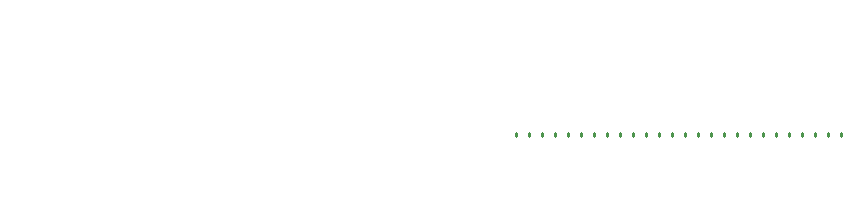
<source format=gbp>
G04 #@! TF.GenerationSoftware,KiCad,Pcbnew,8.0.3-8.0.3-0~ubuntu22.04.1*
G04 #@! TF.CreationDate,2024-06-24T03:32:25+00:00*
G04 #@! TF.ProjectId,hellen64_NA6_94,68656c6c-656e-4363-945f-4e41365f3934,b*
G04 #@! TF.SameCoordinates,PX141ef50PYa2cc1bc*
G04 #@! TF.FileFunction,Paste,Bot*
G04 #@! TF.FilePolarity,Positive*
%FSLAX46Y46*%
G04 Gerber Fmt 4.6, Leading zero omitted, Abs format (unit mm)*
G04 Created by KiCad (PCBNEW 8.0.3-8.0.3-0~ubuntu22.04.1) date 2024-06-24 03:32:25*
%MOMM*%
%LPD*%
G01*
G04 APERTURE LIST*
%ADD10O,0.000001X0.000001*%
G04 APERTURE END LIST*
D10*
G04 #@! TO.C,M5*
X44564989Y72268006D03*
X45540001Y72168001D03*
X46409758Y72268006D03*
X47139995Y72268006D03*
X48034758Y72268006D03*
X50109758Y72268006D03*
X51009754Y72268006D03*
X51719996Y72268006D03*
X52739997Y72168006D03*
X53914996Y72168006D03*
X55264995Y72168006D03*
X56439994Y72168006D03*
X57339995Y71237767D03*
X57339995Y70543008D03*
X57339995Y69862768D03*
X57244997Y69043006D03*
X57339995Y67737769D03*
X57244997Y66768004D03*
X57339995Y65493006D03*
X57339995Y64843004D03*
X57244997Y63643004D03*
X57244997Y62568000D03*
X57244997Y61692998D03*
X57339995Y60868006D03*
X57339995Y55018005D03*
G04 #@! TD*
G04 #@! TO.C,M1*
G36*
G01*
X113932640Y61133024D02*
X113932640Y61383024D01*
G75*
G02*
X114057640Y61508024I125000J0D01*
G01*
X114057640Y61508024D01*
G75*
G02*
X114182640Y61383024I0J-125000D01*
G01*
X114182640Y61133024D01*
G75*
G02*
X114057640Y61008024I-125000J0D01*
G01*
X114057640Y61008024D01*
G75*
G02*
X113932640Y61133024I0J125000D01*
G01*
G37*
G36*
G01*
X113082636Y61383024D02*
X113082636Y61133024D01*
G75*
G02*
X112957636Y61008024I-125000J0D01*
G01*
X112957636Y61008024D01*
G75*
G02*
X112832636Y61133024I0J125000D01*
G01*
X112832636Y61383024D01*
G75*
G02*
X112957636Y61508024I125000J0D01*
G01*
X112957636Y61508024D01*
G75*
G02*
X113082636Y61383024I0J-125000D01*
G01*
G37*
G36*
G01*
X111982635Y61383024D02*
X111982635Y61133024D01*
G75*
G02*
X111857635Y61008024I-125000J0D01*
G01*
X111857635Y61008024D01*
G75*
G02*
X111732635Y61133024I0J125000D01*
G01*
X111732635Y61383024D01*
G75*
G02*
X111857635Y61508024I125000J0D01*
G01*
X111857635Y61508024D01*
G75*
G02*
X111982635Y61383024I0J-125000D01*
G01*
G37*
G36*
G01*
X110882638Y61383024D02*
X110882638Y61133024D01*
G75*
G02*
X110757638Y61008024I-125000J0D01*
G01*
X110757638Y61008024D01*
G75*
G02*
X110632638Y61133024I0J125000D01*
G01*
X110632638Y61383024D01*
G75*
G02*
X110757638Y61508024I125000J0D01*
G01*
X110757638Y61508024D01*
G75*
G02*
X110882638Y61383024I0J-125000D01*
G01*
G37*
G36*
G01*
X109782640Y61383024D02*
X109782640Y61133024D01*
G75*
G02*
X109657640Y61008024I-125000J0D01*
G01*
X109657640Y61008024D01*
G75*
G02*
X109532640Y61133024I0J125000D01*
G01*
X109532640Y61383024D01*
G75*
G02*
X109657640Y61508024I125000J0D01*
G01*
X109657640Y61508024D01*
G75*
G02*
X109782640Y61383024I0J-125000D01*
G01*
G37*
G36*
G01*
X108682642Y61383024D02*
X108682642Y61133024D01*
G75*
G02*
X108557642Y61008024I-125000J0D01*
G01*
X108557642Y61008024D01*
G75*
G02*
X108432642Y61133024I0J125000D01*
G01*
X108432642Y61383024D01*
G75*
G02*
X108557642Y61508024I125000J0D01*
G01*
X108557642Y61508024D01*
G75*
G02*
X108682642Y61383024I0J-125000D01*
G01*
G37*
G36*
G01*
X107582644Y61383024D02*
X107582644Y61133024D01*
G75*
G02*
X107457644Y61008024I-125000J0D01*
G01*
X107457644Y61008024D01*
G75*
G02*
X107332644Y61133024I0J125000D01*
G01*
X107332644Y61383024D01*
G75*
G02*
X107457644Y61508024I125000J0D01*
G01*
X107457644Y61508024D01*
G75*
G02*
X107582644Y61383024I0J-125000D01*
G01*
G37*
G36*
G01*
X106482646Y61383024D02*
X106482646Y61133024D01*
G75*
G02*
X106357646Y61008024I-125000J0D01*
G01*
X106357646Y61008024D01*
G75*
G02*
X106232646Y61133024I0J125000D01*
G01*
X106232646Y61383024D01*
G75*
G02*
X106357646Y61508024I125000J0D01*
G01*
X106357646Y61508024D01*
G75*
G02*
X106482646Y61383024I0J-125000D01*
G01*
G37*
G36*
G01*
X105382649Y61383024D02*
X105382649Y61133024D01*
G75*
G02*
X105257649Y61008024I-125000J0D01*
G01*
X105257649Y61008024D01*
G75*
G02*
X105132649Y61133024I0J125000D01*
G01*
X105132649Y61383024D01*
G75*
G02*
X105257649Y61508024I125000J0D01*
G01*
X105257649Y61508024D01*
G75*
G02*
X105382649Y61383024I0J-125000D01*
G01*
G37*
G36*
G01*
X104282651Y61383024D02*
X104282651Y61133024D01*
G75*
G02*
X104157651Y61008024I-125000J0D01*
G01*
X104157651Y61008024D01*
G75*
G02*
X104032651Y61133024I0J125000D01*
G01*
X104032651Y61383024D01*
G75*
G02*
X104157651Y61508024I125000J0D01*
G01*
X104157651Y61508024D01*
G75*
G02*
X104282651Y61383024I0J-125000D01*
G01*
G37*
G36*
G01*
X103182653Y61383024D02*
X103182653Y61133024D01*
G75*
G02*
X103057653Y61008024I-125000J0D01*
G01*
X103057653Y61008024D01*
G75*
G02*
X102932653Y61133024I0J125000D01*
G01*
X102932653Y61383024D01*
G75*
G02*
X103057653Y61508024I125000J0D01*
G01*
X103057653Y61508024D01*
G75*
G02*
X103182653Y61383024I0J-125000D01*
G01*
G37*
G36*
G01*
X102082655Y61383024D02*
X102082655Y61133024D01*
G75*
G02*
X101957655Y61008024I-125000J0D01*
G01*
X101957655Y61008024D01*
G75*
G02*
X101832655Y61133024I0J125000D01*
G01*
X101832655Y61383024D01*
G75*
G02*
X101957655Y61508024I125000J0D01*
G01*
X101957655Y61508024D01*
G75*
G02*
X102082655Y61383024I0J-125000D01*
G01*
G37*
G36*
G01*
X100982657Y61383024D02*
X100982657Y61133024D01*
G75*
G02*
X100857657Y61008024I-125000J0D01*
G01*
X100857657Y61008024D01*
G75*
G02*
X100732657Y61133024I0J125000D01*
G01*
X100732657Y61383024D01*
G75*
G02*
X100857657Y61508024I125000J0D01*
G01*
X100857657Y61508024D01*
G75*
G02*
X100982657Y61383024I0J-125000D01*
G01*
G37*
G36*
G01*
X99882660Y61383024D02*
X99882660Y61133024D01*
G75*
G02*
X99757660Y61008024I-125000J0D01*
G01*
X99757660Y61008024D01*
G75*
G02*
X99632660Y61133024I0J125000D01*
G01*
X99632660Y61383024D01*
G75*
G02*
X99757660Y61508024I125000J0D01*
G01*
X99757660Y61508024D01*
G75*
G02*
X99882660Y61383024I0J-125000D01*
G01*
G37*
G36*
G01*
X98782662Y61383024D02*
X98782662Y61133024D01*
G75*
G02*
X98657662Y61008024I-125000J0D01*
G01*
X98657662Y61008024D01*
G75*
G02*
X98532662Y61133024I0J125000D01*
G01*
X98532662Y61383024D01*
G75*
G02*
X98657662Y61508024I125000J0D01*
G01*
X98657662Y61508024D01*
G75*
G02*
X98782662Y61383024I0J-125000D01*
G01*
G37*
G36*
G01*
X97682664Y61383024D02*
X97682664Y61133024D01*
G75*
G02*
X97557664Y61008024I-125000J0D01*
G01*
X97557664Y61008024D01*
G75*
G02*
X97432664Y61133024I0J125000D01*
G01*
X97432664Y61383024D01*
G75*
G02*
X97557664Y61508024I125000J0D01*
G01*
X97557664Y61508024D01*
G75*
G02*
X97682664Y61383024I0J-125000D01*
G01*
G37*
G36*
G01*
X96582666Y61383024D02*
X96582666Y61133024D01*
G75*
G02*
X96457666Y61008024I-125000J0D01*
G01*
X96457666Y61008024D01*
G75*
G02*
X96332666Y61133024I0J125000D01*
G01*
X96332666Y61383024D01*
G75*
G02*
X96457666Y61508024I125000J0D01*
G01*
X96457666Y61508024D01*
G75*
G02*
X96582666Y61383024I0J-125000D01*
G01*
G37*
G36*
G01*
X95482668Y61383024D02*
X95482668Y61133024D01*
G75*
G02*
X95357668Y61008024I-125000J0D01*
G01*
X95357668Y61008024D01*
G75*
G02*
X95232668Y61133024I0J125000D01*
G01*
X95232668Y61383024D01*
G75*
G02*
X95357668Y61508024I125000J0D01*
G01*
X95357668Y61508024D01*
G75*
G02*
X95482668Y61383024I0J-125000D01*
G01*
G37*
G36*
G01*
X94382671Y61383024D02*
X94382671Y61133024D01*
G75*
G02*
X94257671Y61008024I-125000J0D01*
G01*
X94257671Y61008024D01*
G75*
G02*
X94132671Y61133024I0J125000D01*
G01*
X94132671Y61383024D01*
G75*
G02*
X94257671Y61508024I125000J0D01*
G01*
X94257671Y61508024D01*
G75*
G02*
X94382671Y61383024I0J-125000D01*
G01*
G37*
G36*
G01*
X93282673Y61383024D02*
X93282673Y61133024D01*
G75*
G02*
X93157673Y61008024I-125000J0D01*
G01*
X93157673Y61008024D01*
G75*
G02*
X93032673Y61133024I0J125000D01*
G01*
X93032673Y61383024D01*
G75*
G02*
X93157673Y61508024I125000J0D01*
G01*
X93157673Y61508024D01*
G75*
G02*
X93282673Y61383024I0J-125000D01*
G01*
G37*
G36*
G01*
X92182675Y61383024D02*
X92182675Y61133024D01*
G75*
G02*
X92057675Y61008024I-125000J0D01*
G01*
X92057675Y61008024D01*
G75*
G02*
X91932675Y61133024I0J125000D01*
G01*
X91932675Y61383024D01*
G75*
G02*
X92057675Y61508024I125000J0D01*
G01*
X92057675Y61508024D01*
G75*
G02*
X92182675Y61383024I0J-125000D01*
G01*
G37*
G36*
G01*
X91082677Y61383024D02*
X91082677Y61133024D01*
G75*
G02*
X90957677Y61008024I-125000J0D01*
G01*
X90957677Y61008024D01*
G75*
G02*
X90832677Y61133024I0J125000D01*
G01*
X90832677Y61383024D01*
G75*
G02*
X90957677Y61508024I125000J0D01*
G01*
X90957677Y61508024D01*
G75*
G02*
X91082677Y61383024I0J-125000D01*
G01*
G37*
G36*
G01*
X89982679Y61383024D02*
X89982679Y61133024D01*
G75*
G02*
X89857679Y61008024I-125000J0D01*
G01*
X89857679Y61008024D01*
G75*
G02*
X89732679Y61133024I0J125000D01*
G01*
X89732679Y61383024D01*
G75*
G02*
X89857679Y61508024I125000J0D01*
G01*
X89857679Y61508024D01*
G75*
G02*
X89982679Y61383024I0J-125000D01*
G01*
G37*
G36*
G01*
X88882682Y61383024D02*
X88882682Y61133024D01*
G75*
G02*
X88757682Y61008024I-125000J0D01*
G01*
X88757682Y61008024D01*
G75*
G02*
X88632682Y61133024I0J125000D01*
G01*
X88632682Y61383024D01*
G75*
G02*
X88757682Y61508024I125000J0D01*
G01*
X88757682Y61508024D01*
G75*
G02*
X88882682Y61383024I0J-125000D01*
G01*
G37*
G36*
G01*
X87782684Y61383024D02*
X87782684Y61133024D01*
G75*
G02*
X87657684Y61008024I-125000J0D01*
G01*
X87657684Y61008024D01*
G75*
G02*
X87532684Y61133024I0J125000D01*
G01*
X87532684Y61383024D01*
G75*
G02*
X87657684Y61508024I125000J0D01*
G01*
X87657684Y61508024D01*
G75*
G02*
X87782684Y61383024I0J-125000D01*
G01*
G37*
G36*
G01*
X86682686Y61383024D02*
X86682686Y61133024D01*
G75*
G02*
X86557686Y61008024I-125000J0D01*
G01*
X86557686Y61008024D01*
G75*
G02*
X86432686Y61133024I0J125000D01*
G01*
X86432686Y61383024D01*
G75*
G02*
X86557686Y61508024I125000J0D01*
G01*
X86557686Y61508024D01*
G75*
G02*
X86682686Y61383024I0J-125000D01*
G01*
G37*
G04 #@! TD*
M02*

</source>
